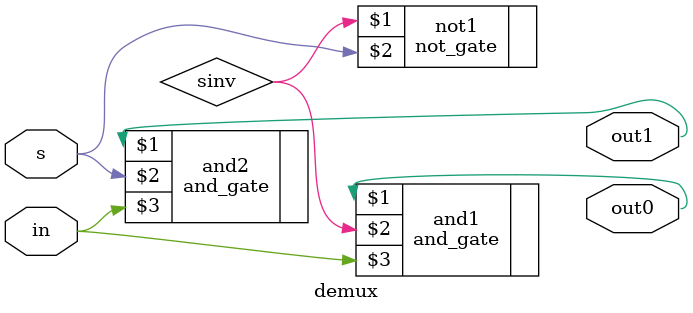
<source format=v>
module demux(out0,out1,in,s);

output out0,out1;
input in,s;

not_gate not1(sinv,s);

and_gate and1(out0,sinv,in);
and_gate and2(out1,s,in);

endmodule


</source>
